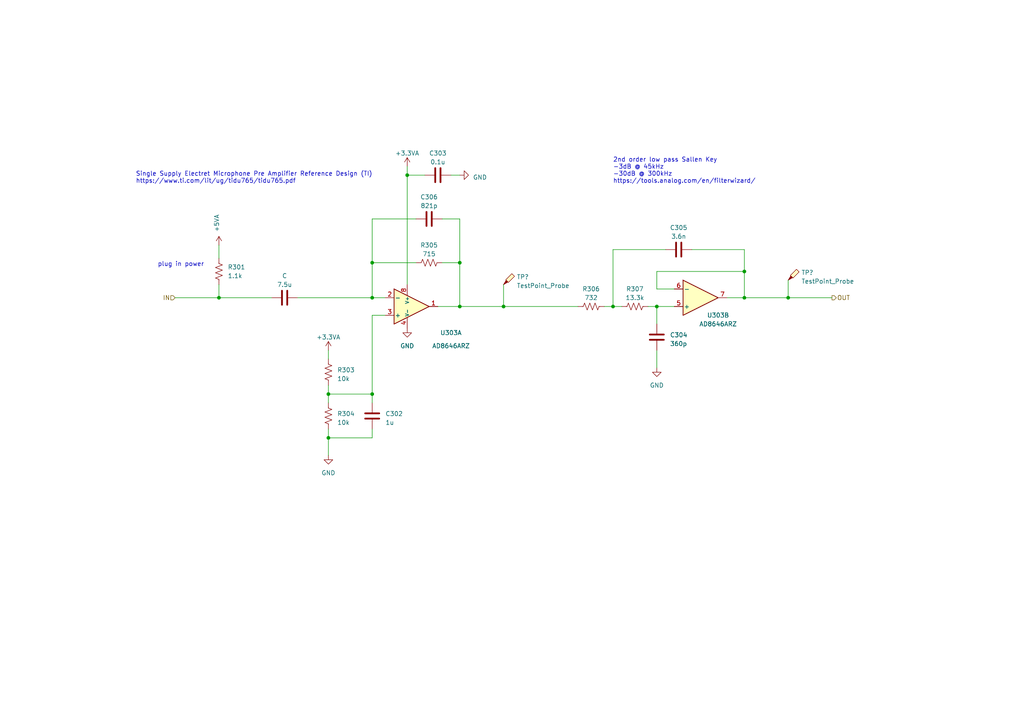
<source format=kicad_sch>
(kicad_sch (version 20230121) (generator eeschema)
  (paper "A4")
  (lib_symbols
    (symbol "Connector:TestPoint_Probe" (pin_numbers hide) (pin_names (offset 0.762) hide)
      (property "Reference" "TP" (at 1.651 5.842 0))
      (property "Value" "TestPoint_Probe" (at 1.651 4.064 0))
      (symbol "TestPoint_Probe_0_1"
        (polyline (pts (xy 1.27 0.762) (xy 0 0) (xy 0.762 1.27) (xy 1.27 0.762)) (fill (type outline)))
        (polyline (pts (xy 1.397 0.635) (xy 0.635 1.397) (xy 2.413 3.175) (xy 3.175 2.413) (xy 1.397 0.635)) (fill (type background)))
      )
      (symbol "TestPoint_Probe_1_1"
        (pin passive line (at 0 0 90) (length 0) (name "1") (number "1"))
      )
    )
    (symbol "Device:C" (pin_numbers hide) (pin_names (offset 0.254))
      (property "Reference" "C" (at 0.635 2.54 0))
      (property "Value" "C" (at 0.635 -2.54 0))
      (symbol "C_0_1"
        (polyline (pts (xy -2.032 -0.762) (xy 2.032 -0.762)) (stroke (width 0.508)))
        (polyline (pts (xy -2.032 0.762) (xy 2.032 0.762)) (stroke (width 0.508)))
      )
      (symbol "C_1_1"
        (pin passive line (at 0 3.81 270) (length 2.794) (name "~") (number "1"))
        (pin passive line (at 0 -3.81 90) (length 2.794) (name "~") (number "2"))
      )
    )
    (symbol "Device:R_US" (pin_numbers hide) (pin_names (offset 0))
      (property "Reference" "R" (at 2.54 0 90))
      (property "Value" "R_US" (at -2.54 0 90))
      (symbol "R_US_0_1"
        (polyline (pts (xy 0 -2.286) (xy 0 -2.54)))
        (polyline (pts (xy 0 2.286) (xy 0 2.54)))
        (polyline (pts (xy 0 -0.762) (xy 1.016 -1.143) (xy 0 -1.524) (xy -1.016 -1.905) (xy 0 -2.286)))
        (polyline (pts (xy 0 0.762) (xy 1.016 0.381) (xy 0 0) (xy -1.016 -0.381) (xy 0 -0.762)))
        (polyline (pts (xy 0 2.286) (xy 1.016 1.905) (xy 0 1.524) (xy -1.016 1.143) (xy 0 0.762)))
      )
      (symbol "R_US_1_1"
        (pin passive line (at 0 3.81 270) (length 1.27) (name "~") (number "1"))
        (pin passive line (at 0 -3.81 90) (length 1.27) (name "~") (number "2"))
      )
    )
    (symbol "PCM_Amplifier_Operational_AKL:AD8646ARZ" (pin_names (offset 0.2))
      (property "Reference" "U" (at 1.27 7.62 0))
      (property "Value" "AD8646ARZ" (at 1.27 5.08 0))
      (symbol "AD8646ARZ_0_1"
        (polyline (pts (xy -3.81 5.08) (xy -3.81 -5.08) (xy 6.35 0) (xy -3.81 5.08)) (stroke (width 0.254)) (fill (type background)))
      )
      (symbol "AD8646ARZ_1_1"
        (pin output line (at 8.89 0 180) (length 2.54) (name "~") (number "1"))
        (pin input line (at -6.35 2.54 0) (length 2.54) (name "-") (number "2"))
        (pin input line (at -6.35 -2.54 0) (length 2.54) (name "+") (number "3"))
        (pin power_in line (at 0 -6.35 90) (length 3.18) (name "V-") (number "4"))
        (pin power_in line (at 0 6.35 270) (length 3.18) (name "V+") (number "8"))
      )
      (symbol "AD8646ARZ_2_1"
        (pin input line (at -6.35 -2.54 0) (length 2.54) (name "+") (number "5"))
        (pin input line (at -6.35 2.54 0) (length 2.54) (name "-") (number "6"))
        (pin output line (at 8.89 0 180) (length 2.54) (name "~") (number "7"))
      )
    )
    (symbol "power:+3.3VA" (power) (pin_names (offset 0))
      (property "Value" "+3.3VA" (at 0 3.556 0))
      (symbol "+3.3VA_0_1"
        (polyline (pts (xy -0.762 1.27) (xy 0 2.54)))
        (polyline (pts (xy 0 0) (xy 0 2.54)))
        (polyline (pts (xy 0 2.54) (xy 0.762 1.27)))
      )
      (symbol "+3.3VA_1_1"
        (pin power_in line (at 0 0 90) (length 0) hide (name "+3.3VA") (number "1"))
      )
    )
    (symbol "power:+5VA" (power) (pin_names (offset 0))
      (property "Value" "+5VA" (at 0 3.556 0))
      (symbol "+5VA_0_1"
        (polyline (pts (xy -0.762 1.27) (xy 0 2.54)))
        (polyline (pts (xy 0 0) (xy 0 2.54)))
        (polyline (pts (xy 0 2.54) (xy 0.762 1.27)))
      )
      (symbol "+5VA_1_1"
        (pin power_in line (at 0 0 90) (length 0) hide (name "+5VA") (number "1"))
      )
    )
    (symbol "power:GND" (power) (pin_names (offset 0))
      (property "Value" "GND" (at 0 -3.81 0))
      (symbol "GND_0_1"
        (polyline (pts (xy 0 0) (xy 0 -1.27) (xy 1.27 -1.27) (xy 0 -2.54) (xy -1.27 -1.27) (xy 0 -1.27)))
      )
      (symbol "GND_1_1"
        (pin power_in line (at 0 0 270) (length 0) hide (name "GND") (number "1"))
      )
    )
  )
  (junction (at 107.95 76.2))
  (junction (at 95.25 114.3))
  (junction (at 118.11 50.8))
  (junction (at 190.5 88.9))
  (junction (at 215.9 86.36))
  (junction (at 215.9 78.74))
  (junction (at 133.35 76.2))
  (junction (at 107.95 86.36))
  (junction (at 95.25 127))
  (junction (at 177.8 88.9))
  (junction (at 107.95 114.3))
  (junction (at 63.5 86.36))
  (junction (at 133.35 88.9))
  (junction (at 146.05 88.9))
  (junction (at 228.6 86.36))
  (wire (pts (xy 107.95 91.44) (xy 107.95 114.3)))
  (wire (pts (xy 107.95 76.2) (xy 120.65 76.2)))
  (wire (pts (xy 190.5 101.6) (xy 190.5 106.68)))
  (wire (pts (xy 78.74 86.36) (xy 63.5 86.36)))
  (wire (pts (xy 95.25 127) (xy 95.25 132.08)))
  (wire (pts (xy 228.6 86.36) (xy 215.9 86.36)))
  (wire (pts (xy 175.26 88.9) (xy 177.8 88.9)))
  (wire (pts (xy 177.8 88.9) (xy 180.34 88.9)))
  (wire (pts (xy 107.95 114.3) (xy 95.25 114.3)))
  (wire (pts (xy 118.11 50.8) (xy 123.19 50.8)))
  (wire (pts (xy 95.25 111.76) (xy 95.25 114.3)))
  (wire (pts (xy 107.95 63.5) (xy 107.95 76.2)))
  (wire (pts (xy 95.25 101.6) (xy 95.25 104.14)))
  (wire (pts (xy 118.11 48.26) (xy 118.11 50.8)))
  (wire (pts (xy 111.76 91.44) (xy 107.95 91.44)))
  (wire (pts (xy 95.25 124.46) (xy 95.25 127)))
  (wire (pts (xy 128.27 76.2) (xy 133.35 76.2)))
  (wire (pts (xy 190.5 88.9) (xy 195.58 88.9)))
  (wire (pts (xy 95.25 114.3) (xy 95.25 116.84)))
  (wire (pts (xy 50.8 86.36) (xy 63.5 86.36)))
  (wire (pts (xy 215.9 72.39) (xy 215.9 78.74)))
  (wire (pts (xy 107.95 127) (xy 95.25 127)))
  (wire (pts (xy 133.35 63.5) (xy 133.35 76.2)))
  (wire (pts (xy 133.35 76.2) (xy 133.35 88.9)))
  (wire (pts (xy 107.95 86.36) (xy 107.95 76.2)))
  (wire (pts (xy 133.35 88.9) (xy 146.05 88.9)))
  (wire (pts (xy 107.95 114.3) (xy 107.95 116.84)))
  (wire (pts (xy 210.82 86.36) (xy 215.9 86.36)))
  (wire (pts (xy 107.95 86.36) (xy 111.76 86.36)))
  (wire (pts (xy 190.5 78.74) (xy 215.9 78.74)))
  (wire (pts (xy 146.05 88.9) (xy 167.64 88.9)))
  (wire (pts (xy 215.9 78.74) (xy 215.9 86.36)))
  (wire (pts (xy 177.8 88.9) (xy 177.8 72.39)))
  (wire (pts (xy 127 88.9) (xy 133.35 88.9)))
  (wire (pts (xy 86.36 86.36) (xy 107.95 86.36)))
  (wire (pts (xy 228.6 81.28) (xy 228.6 86.36)))
  (wire (pts (xy 146.05 82.55) (xy 146.05 88.9)))
  (wire (pts (xy 130.81 50.8) (xy 133.35 50.8)))
  (wire (pts (xy 190.5 83.82) (xy 190.5 78.74)))
  (wire (pts (xy 107.95 124.46) (xy 107.95 127)))
  (wire (pts (xy 187.96 88.9) (xy 190.5 88.9)))
  (wire (pts (xy 120.65 63.5) (xy 107.95 63.5)))
  (wire (pts (xy 190.5 88.9) (xy 190.5 93.98)))
  (wire (pts (xy 177.8 72.39) (xy 193.04 72.39)))
  (wire (pts (xy 200.66 72.39) (xy 215.9 72.39)))
  (wire (pts (xy 118.11 50.8) (xy 118.11 82.55)))
  (wire (pts (xy 195.58 83.82) (xy 190.5 83.82)))
  (wire (pts (xy 63.5 71.12) (xy 63.5 74.93)))
  (wire (pts (xy 63.5 82.55) (xy 63.5 86.36)))
  (wire (pts (xy 228.6 86.36) (xy 241.3 86.36)))
  (wire (pts (xy 133.35 63.5) (xy 128.27 63.5)))
  (text "2nd order low pass Sallen Key\n-3dB @ 45kHz\n-30dB @ 300kHz\nhttps://tools.analog.com/en/filterwizard/" (at 177.8 53.34 0) (effects (font (size 1.27 1.27)) (justify left bottom)))
  (text "Single Supply Electret Microphone Pre Amplifier Reference Design (TI)\nhttps://www.ti.com/lit/ug/tidu765/tidu765.pdf" (at 39.37 53.34 0) (effects (font (size 1.27 1.27)) (justify left bottom)))
  (text "plug in power" (at 45.72 77.47 0) (effects (font (size 1.27 1.27)) (justify left bottom)))
  (hierarchical_label "IN" (shape input) (at 50.8 86.36 180))
  (hierarchical_label "OUT" (shape output) (at 241.3 86.36 0))
  (symbol (lib_id "power:+5VA") (at 63.5 71.12 0) (unit 1)
    (property "Reference" "#PWR0301" (effects hide))
    (property "Value" "+5VA" (at 62.865 67.31 90) (effects (justify left)))
  )
  (symbol (lib_id "Device:C") (at 190.5 97.79 180) (unit 1)
    (property "Reference" "C304" (at 194.31 97.155 0) (effects (justify right)))
    (property "Value" "360p" (at 194.31 99.695 0) (effects (justify right)))
  )
  (symbol (lib_id "PCM_Amplifier_Operational_AKL:AD8646ARZ") (at 201.93 86.36 0) (unit 2)
    (property "Reference" "U303" (at 208.28 91.44 0))
    (property "Value" "AD8646ARZ" (at 208.28 93.98 0))
    (property "Footprint" "Package_SO_AKL:SO-8_3.9x4.9mm_P1.27mm" (effects hide))
    (property "Datasheet" "https://www.tme.eu/Document/12fd2e1232fcdafb52a8e5625498e72d/ad8646.pdf" (effects hide))
    (instances (project "hydrophone board" (path "" (reference "U303") (unit 2)) (path "" (reference "U701") (unit 2)) (path "" (reference "U801") (unit 2)) (path "" (reference "U901") (unit 2))))
  )
  (symbol (lib_id "Device:C") (at 124.46 63.5 270) (unit 1)
    (property "Reference" "C306" (at 124.46 57.15 90))
    (property "Value" "821p" (at 124.46 59.69 90))
    (instances (project "hydrophone board" (path "" (reference "C306") (unit 1)) (path "" (reference "C701") (unit 1)) (path "" (reference "C801") (unit 1)) (path "" (reference "C901") (unit 1))))
  )
  (symbol (lib_id "power:+3.3VA") (at 95.25 101.6 0) (unit 1)
    (property "Reference" "#PWR?" (effects hide))
    (property "Value" "+3.3VA" (at 95.25 97.79 0))
    (instances (project "hydrophone board" (path "" (reference "#PWR?") (unit 1)) (path "" (reference "#PWR0302") (unit 1)) (path "" (reference "#PWR?") (unit 1)) (path "" (reference "#PWR?") (unit 1)) (path "" (reference "#PWR?") (unit 1))))
  )
  (symbol (lib_id "power:+3.3VA") (at 118.11 48.26 0) (unit 1)
    (property "Reference" "#PWR0401" (effects hide))
    (property "Value" "+3.3VA" (at 118.11 44.45 0))
    (instances (project "hydrophone board" (path "" (reference "#PWR0401") (unit 1)) (path "" (reference "#PWR0304") (unit 1)) (path "" (reference "#PWR0702") (unit 1)) (path "" (reference "#PWR0802") (unit 1)) (path "" (reference "#PWR0902") (unit 1))))
  )
  (symbol (lib_id "Device:C") (at 196.85 72.39 270) (unit 1)
    (property "Reference" "C305" (at 196.85 66.04 90))
    (property "Value" "3.6n" (at 196.85 68.58 90))
  )
  (symbol (lib_id "Device:R_US") (at 95.25 107.95 0) (unit 1)
    (property "Reference" "R303" (at 97.79 107.315 0) (effects (justify left)))
    (property "Value" "10k" (at 97.79 109.855 0) (effects (justify left)))
  )
  (symbol (lib_id "power:GND") (at 95.25 132.08 0) (unit 1)
    (property "Reference" "#PWR0205" (effects hide))
    (property "Value" "GND" (at 95.25 137.16 0))
    (instances (project "hydrophone board" (path "" (reference "#PWR0205") (unit 1)) (path "" (reference "#PWR0305") (unit 1)) (path "" (reference "#PWR0703") (unit 1)) (path "" (reference "#PWR0803") (unit 1)) (path "" (reference "#PWR0903") (unit 1))))
  )
  (symbol (lib_id "Device:R_US") (at 124.46 76.2 90) (unit 1)
    (property "Reference" "R305" (at 124.46 71.12 90))
    (property "Value" "715" (at 124.46 73.66 90))
  )
  (symbol (lib_id "Device:C") (at 82.55 86.36 90) (unit 1)
    (property "Reference" "C" (at 82.55 80.01 90))
    (property "Value" "7.5u" (at 82.55 82.55 90))
    (instances (project "hydrophone board" (path "" (reference "C") (unit 1)) (path "" (reference "C301") (unit 1)) (path "" (reference "C301") (unit 1)) (path "" (reference "C301") (unit 1))))
  )
  (symbol (lib_id "power:GND") (at 190.5 106.68 0) (unit 1)
    (property "Reference" "#PWR0205" (effects hide))
    (property "Value" "GND" (at 190.5 111.76 0))
    (instances (project "hydrophone board" (path "" (reference "#PWR0205") (unit 1)) (path "" (reference "#PWR0306") (unit 1)) (path "" (reference "#PWR0704") (unit 1)) (path "" (reference "#PWR0804") (unit 1)) (path "" (reference "#PWR0904") (unit 1))))
  )
  (symbol (lib_id "power:GND") (at 118.11 95.25 0) (unit 1)
    (property "Reference" "#PWR0205" (effects hide))
    (property "Value" "GND" (at 118.11 100.33 0))
    (instances (project "hydrophone board" (path "" (reference "#PWR0205") (unit 1)) (path "" (reference "#PWR0303") (unit 1)) (path "" (reference "#PWR0701") (unit 1)) (path "" (reference "#PWR0801") (unit 1)) (path "" (reference "#PWR0901") (unit 1))))
  )
  (symbol (lib_id "Device:C") (at 107.95 120.65 180) (unit 1)
    (property "Reference" "C302" (at 111.76 120.015 0) (effects (justify right)))
    (property "Value" "1u" (at 111.76 122.555 0) (effects (justify right)))
  )
  (symbol (lib_id "power:GND") (at 133.35 50.8 90) (unit 1)
    (property "Reference" "#PWR0205" (effects hide))
    (property "Value" "GND" (at 137.16 51.435 90) (effects (justify right)))
    (instances (project "hydrophone board" (path "" (reference "#PWR0205") (unit 1)) (path "" (reference "#PWR0307") (unit 1)) (path "" (reference "#PWR0705") (unit 1)) (path "" (reference "#PWR0805") (unit 1)) (path "" (reference "#PWR0905") (unit 1))))
  )
  (symbol (lib_id "PCM_Amplifier_Operational_AKL:AD8646ARZ") (at 118.11 88.9 0) (unit 1)
    (property "Reference" "U303" (at 130.81 96.52 0))
    (property "Value" "AD8646ARZ" (at 130.81 100.33 0))
    (property "Footprint" "Package_SO_AKL:SO-8_3.9x4.9mm_P1.27mm" (effects hide))
    (property "Datasheet" "https://www.tme.eu/Document/12fd2e1232fcdafb52a8e5625498e72d/ad8646.pdf" (effects hide))
    (instances (project "hydrophone board" (path "" (reference "U303") (unit 1)) (path "" (reference "U701") (unit 1)) (path "" (reference "U801") (unit 1)) (path "" (reference "U901") (unit 1))))
  )
  (symbol (lib_id "Device:C") (at 127 50.8 90) (unit 1)
    (property "Reference" "C303" (at 127 44.45 90))
    (property "Value" "0.1u" (at 127 46.99 90))
    (instances (project "hydrophone board" (path "" (reference "C303") (unit 1)) (path "" (reference "C702") (unit 1)) (path "" (reference "C802") (unit 1)) (path "" (reference "C902") (unit 1))))
  )
  (symbol (lib_id "Device:R_US") (at 171.45 88.9 90) (unit 1)
    (property "Reference" "R306" (at 171.45 83.82 90))
    (property "Value" "732" (at 171.45 86.36 90))
  )
  (symbol (lib_id "Connector:TestPoint_Probe") (at 228.6 81.28 0) (unit 1)
    (property "Reference" "TP?" (at 232.41 79.0575 0) (effects (justify left)))
    (property "Value" "TestPoint_Probe" (at 232.41 81.5975 0) (effects (justify left)))
    (instances (project "hydrophone board" (path "" (reference "TP?") (unit 1)) (path "" (reference "TP302") (unit 1)) (path "" (reference "TP?") (unit 1)) (path "" (reference "TP?") (unit 1)) (path "" (reference "TP?") (unit 1))))
  )
  (symbol (lib_id "Connector:TestPoint_Probe") (at 146.05 82.55 0) (unit 1)
    (property "Reference" "TP?" (at 149.86 80.3275 0) (effects (justify left)))
    (property "Value" "TestPoint_Probe" (at 149.86 82.8675 0) (effects (justify left)))
    (instances (project "hydrophone board" (path "" (reference "TP?") (unit 1)) (path "" (reference "TP301") (unit 1)) (path "" (reference "TP?") (unit 1)) (path "" (reference "TP?") (unit 1)) (path "" (reference "TP?") (unit 1))))
  )
  (symbol (lib_id "Device:R_US") (at 184.15 88.9 90) (unit 1)
    (property "Reference" "R307" (at 184.15 83.82 90))
    (property "Value" "13.3k" (at 184.15 86.36 90))
  )
  (symbol (lib_id "Device:R_US") (at 63.5 78.74 180) (unit 1)
    (property "Reference" "R301" (at 66.04 77.47 0) (effects (justify right)))
    (property "Value" "1.1k" (at 66.04 80.01 0) (effects (justify right)))
  )
  (symbol (lib_id "Device:R_US") (at 95.25 120.65 0) (unit 1)
    (property "Reference" "R304" (at 97.79 120.015 0) (effects (justify left)))
    (property "Value" "10k" (at 97.79 122.555 0) (effects (justify left)))
  )
)
</source>
